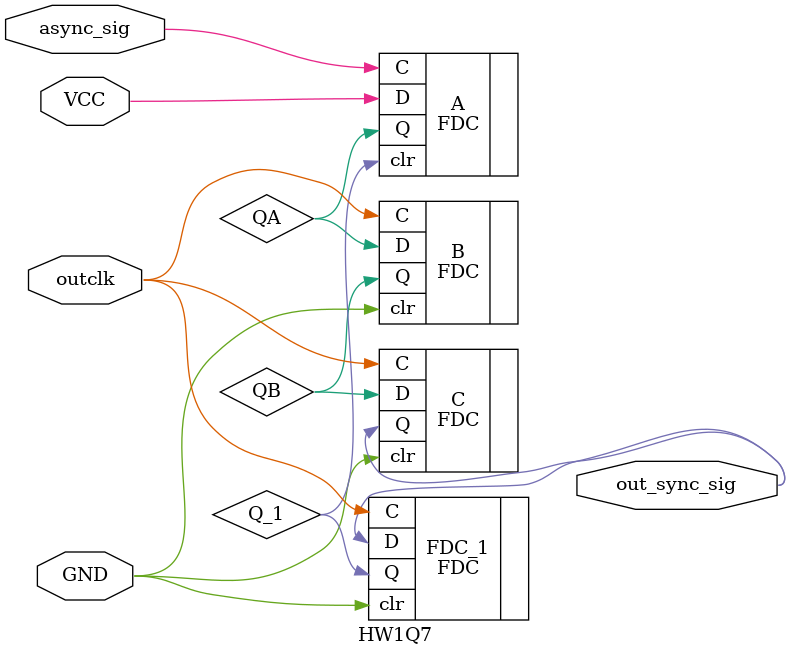
<source format=sv>
module HW1Q7( input logic async_sig, 
		input logic outclk,
		output logic out_sync_sig,
		input logic VCC,
		input logic GND);

wire QA,QB,QC;
wire Q_1;

		
FDC A(.D(VCC),.Q(QA),.C(async_sig),.clr(Q_1));
FDC B(.D(QA),.Q(QB),.C(outclk),.clr(GND));
FDC C(.D(QB),.Q(out_sync_sig),.C(outclk),.clr(GND));
FDC FDC_1(.D(out_sync_sig),.Q(Q_1),.C(outclk),.clr(GND));		
		
endmodule
		

////////////////////////////////////////////////////



</source>
